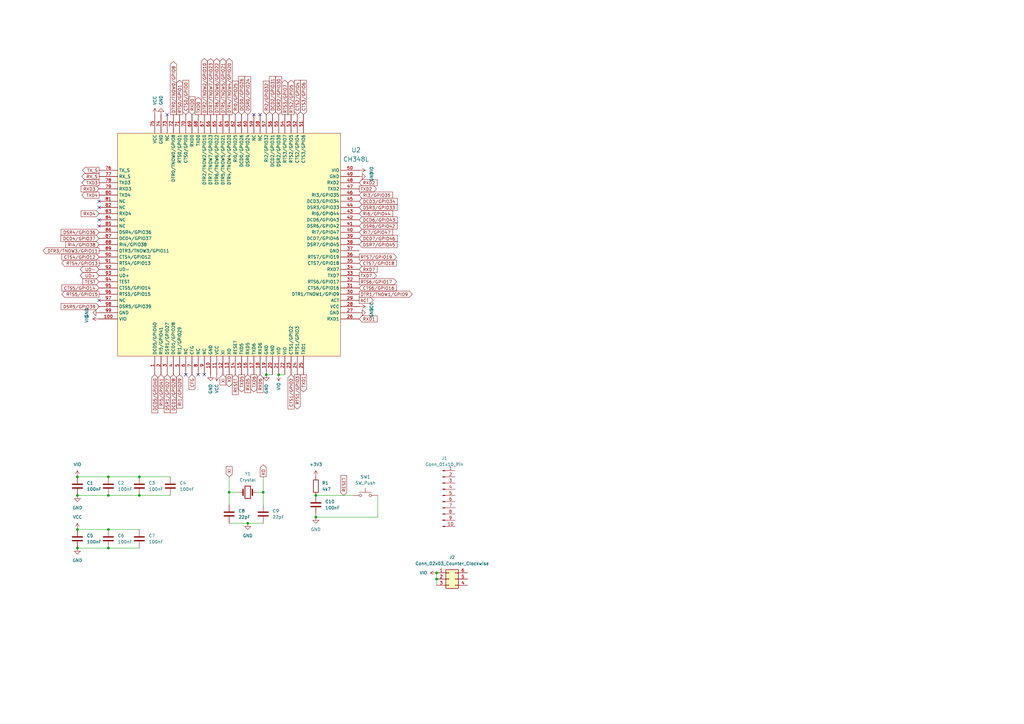
<source format=kicad_sch>
(kicad_sch (version 20250114) (generator "eeschema") (generator_version "9.0")
  (paper "A3")
  (lib_symbols
    (symbol "Connector:Conn_01x10_Pin" (pin_names (offset 1.016) (hide yes))
      (property "Reference" "J" (at 0 12.7 0))
      (property "Value" "Conn_01x10_Pin" (at 0 -15.24 0))
      (symbol "Conn_01x10_Pin_1_1"
        (rectangle (start 0.8636 10.287) (end 0 10.033) (stroke (width 0.1524)) (fill (type outline)))
        (rectangle (start 0.8636 7.747) (end 0 7.493) (stroke (width 0.1524)) (fill (type outline)))
        (rectangle (start 0.8636 5.207) (end 0 4.953) (stroke (width 0.1524)) (fill (type outline)))
        (rectangle (start 0.8636 2.667) (end 0 2.413) (stroke (width 0.1524)) (fill (type outline)))
        (rectangle (start 0.8636 0.127) (end 0 -0.127) (stroke (width 0.1524)) (fill (type outline)))
        (rectangle (start 0.8636 -2.413) (end 0 -2.667) (stroke (width 0.1524)) (fill (type outline)))
        (rectangle (start 0.8636 -4.953) (end 0 -5.207) (stroke (width 0.1524)) (fill (type outline)))
        (rectangle (start 0.8636 -7.493) (end 0 -7.747) (stroke (width 0.1524)) (fill (type outline)))
        (rectangle (start 0.8636 -10.033) (end 0 -10.287) (stroke (width 0.1524)) (fill (type outline)))
        (rectangle (start 0.8636 -12.573) (end 0 -12.827) (stroke (width 0.1524)) (fill (type outline)))
        (polyline (pts (xy 1.27 10.16) (xy 0.8636 10.16)) (stroke (width 0.1524)))
        (polyline (pts (xy 1.27 7.62) (xy 0.8636 7.62)) (stroke (width 0.1524)))
        (polyline (pts (xy 1.27 5.08) (xy 0.8636 5.08)) (stroke (width 0.1524)))
        (polyline (pts (xy 1.27 2.54) (xy 0.8636 2.54)) (stroke (width 0.1524)))
        (polyline (pts (xy 1.27 0) (xy 0.8636 0)) (stroke (width 0.1524)))
        (polyline (pts (xy 1.27 -2.54) (xy 0.8636 -2.54)) (stroke (width 0.1524)))
        (polyline (pts (xy 1.27 -5.08) (xy 0.8636 -5.08)) (stroke (width 0.1524)))
        (polyline (pts (xy 1.27 -7.62) (xy 0.8636 -7.62)) (stroke (width 0.1524)))
        (polyline (pts (xy 1.27 -10.16) (xy 0.8636 -10.16)) (stroke (width 0.1524)))
        (polyline (pts (xy 1.27 -12.7) (xy 0.8636 -12.7)) (stroke (width 0.1524)))
        (pin passive line (at 5.08 10.16 180) (length 3.81) (name "Pin_1") (number "1"))
        (pin passive line (at 5.08 7.62 180) (length 3.81) (name "Pin_2") (number "2"))
        (pin passive line (at 5.08 5.08 180) (length 3.81) (name "Pin_3") (number "3"))
        (pin passive line (at 5.08 2.54 180) (length 3.81) (name "Pin_4") (number "4"))
        (pin passive line (at 5.08 0 180) (length 3.81) (name "Pin_5") (number "5"))
        (pin passive line (at 5.08 -2.54 180) (length 3.81) (name "Pin_6") (number "6"))
        (pin passive line (at 5.08 -5.08 180) (length 3.81) (name "Pin_7") (number "7"))
        (pin passive line (at 5.08 -7.62 180) (length 3.81) (name "Pin_8") (number "8"))
        (pin passive line (at 5.08 -10.16 180) (length 3.81) (name "Pin_9") (number "9"))
        (pin passive line (at 5.08 -12.7 180) (length 3.81) (name "Pin_10") (number "10"))
      )
    )
    (symbol "Connector_Generic:Conn_02x03_Counter_Clockwise" (pin_names (offset 1.016) (hide yes))
      (property "Reference" "J" (at 1.27 5.08 0))
      (property "Value" "Conn_02x03_Counter_Clockwise" (at 1.27 -5.08 0))
      (symbol "Conn_02x03_Counter_Clockwise_1_1"
        (rectangle (start -1.27 3.81) (end 3.81 -3.81) (stroke (width 0.254)) (fill (type background)))
        (rectangle (start -1.27 2.667) (end 0 2.413) (stroke (width 0.1524)))
        (rectangle (start -1.27 0.127) (end 0 -0.127) (stroke (width 0.1524)))
        (rectangle (start -1.27 -2.413) (end 0 -2.667) (stroke (width 0.1524)))
        (rectangle (start 3.81 2.667) (end 2.54 2.413) (stroke (width 0.1524)))
        (rectangle (start 3.81 0.127) (end 2.54 -0.127) (stroke (width 0.1524)))
        (rectangle (start 3.81 -2.413) (end 2.54 -2.667) (stroke (width 0.1524)))
        (pin passive line (at -5.08 2.54 0) (length 3.81) (name "Pin_1") (number "1"))
        (pin passive line (at -5.08 0 0) (length 3.81) (name "Pin_2") (number "2"))
        (pin passive line (at -5.08 -2.54 0) (length 3.81) (name "Pin_3") (number "3"))
        (pin passive line (at 7.62 2.54 180) (length 3.81) (name "Pin_6") (number "6"))
        (pin passive line (at 7.62 0 180) (length 3.81) (name "Pin_5") (number "5"))
        (pin passive line (at 7.62 -2.54 180) (length 3.81) (name "Pin_4") (number "4"))
      )
    )
    (symbol "Device:C" (pin_numbers (hide yes)) (pin_names (offset 0.254))
      (property "Reference" "C" (at 0.635 2.54 0))
      (property "Value" "C" (at 0.635 -2.54 0))
      (symbol "C_0_1"
        (polyline (pts (xy -2.032 0.762) (xy 2.032 0.762)) (stroke (width 0.508)))
        (polyline (pts (xy -2.032 -0.762) (xy 2.032 -0.762)) (stroke (width 0.508)))
      )
      (symbol "C_1_1"
        (pin passive line (at 0 3.81 270) (length 2.794) (name "~") (number "1"))
        (pin passive line (at 0 -3.81 90) (length 2.794) (name "~") (number "2"))
      )
    )
    (symbol "Device:Crystal" (pin_numbers (hide yes)) (pin_names (offset 1.016) (hide yes))
      (property "Reference" "Y" (at 0 3.81 0))
      (property "Value" "Crystal" (at 0 -3.81 0))
      (symbol "Crystal_0_1"
        (polyline (pts (xy -2.54 0) (xy -1.905 0)))
        (polyline (pts (xy -1.905 -1.27) (xy -1.905 1.27)) (stroke (width 0.508)))
        (rectangle (start -1.143 2.54) (end 1.143 -2.54) (stroke (width 0.3048)))
        (polyline (pts (xy 1.905 -1.27) (xy 1.905 1.27)) (stroke (width 0.508)))
        (polyline (pts (xy 2.54 0) (xy 1.905 0)))
      )
      (symbol "Crystal_1_1"
        (pin passive line (at -3.81 0 0) (length 1.27) (name "1") (number "1"))
        (pin passive line (at 3.81 0 180) (length 1.27) (name "2") (number "2"))
      )
    )
    (symbol "Device:R" (pin_numbers (hide yes)) (pin_names (offset 0))
      (property "Reference" "R" (at 2.032 0 90))
      (property "Value" "R" (at 0 0 90))
      (symbol "R_0_1"
        (rectangle (start -1.016 -2.54) (end 1.016 2.54) (stroke (width 0.254)))
      )
      (symbol "R_1_1"
        (pin passive line (at 0 3.81 270) (length 1.27) (name "~") (number "1"))
        (pin passive line (at 0 -3.81 90) (length 1.27) (name "~") (number "2"))
      )
    )
    (symbol "MCU_WCH:CH348L"
      (property "Reference" "U?" (at 95.25 1.27 0))
      (property "Value" "CH348L" (at 95.25 -2.54 0))
      (symbol "CH348L_1_0"
        (rectangle (start 91.44 0) (end 0 -91.44) (stroke (width 0) (color 128 0 0 1)) (fill (type background)))
        (pin output line (at -7.62 -15.24 0) (length 7.62) (name "TX_S") (number "76"))
        (pin output line (at -7.62 -17.78 0) (length 7.62) (name "RX_S") (number "77"))
        (pin output line (at -7.62 -20.32 0) (length 7.62) (name "TXD3") (number "78"))
        (pin input line (at -7.62 -22.86 0) (length 7.62) (name "RXD3") (number "79"))
        (pin output line (at -7.62 -25.4 0) (length 7.62) (name "TXD4") (number "80"))
        (pin passive line (at -7.62 -27.94 0) (length 7.62) (name "NC") (number "81"))
        (pin passive line (at -7.62 -30.48 0) (length 7.62) (name "NC") (number "82"))
        (pin input line (at -7.62 -33.02 0) (length 7.62) (name "RXD4") (number "83"))
        (pin passive line (at -7.62 -35.56 0) (length 7.62) (name "NC") (number "84"))
        (pin passive line (at -7.62 -38.1 0) (length 7.62) (name "NC") (number "85"))
        (pin input line (at -7.62 -40.64 0) (length 7.62) (name "DSR4/GPIO36") (number "86"))
        (pin input line (at -7.62 -43.18 0) (length 7.62) (name "DCD4/GPIO37") (number "87"))
        (pin input line (at -7.62 -45.72 0) (length 7.62) (name "RI4/GPIO38") (number "88"))
        (pin output line (at -7.62 -48.26 0) (length 7.62) (name "DTR3/TNOW3/GPIO11") (number "89"))
        (pin input line (at -7.62 -50.8 0) (length 7.62) (name "CTS4/GPIO12") (number "90"))
        (pin output line (at -7.62 -53.34 0) (length 7.62) (name "RTS4/GPIO13") (number "91"))
        (pin bidirectional line (at -7.62 -55.88 0) (length 7.62) (name "UD-") (number "92"))
        (pin bidirectional line (at -7.62 -58.42 0) (length 7.62) (name "UD+") (number "93"))
        (pin input line (at -7.62 -60.96 0) (length 7.62) (name "TEST") (number "94"))
        (pin input line (at -7.62 -63.5 0) (length 7.62) (name "CTS5/GPIO14") (number "95"))
        (pin output line (at -7.62 -66.04 0) (length 7.62) (name "RTS5/GPIO15") (number "96"))
        (pin passive line (at -7.62 -68.58 0) (length 7.62) (name "NC") (number "97"))
        (pin input line (at -7.62 -71.12 0) (length 7.62) (name "DSR5/GPIO39") (number "98"))
        (pin power_in line (at -7.62 -73.66 0) (length 7.62) (name "GND") (number "99"))
        (pin power_in line (at -7.62 -76.2 0) (length 7.62) (name "VIO") (number "100"))
        (pin power_in line (at 15.24 7.62 270) (length 7.62) (name "VCC") (number "75"))
        (pin input line (at 15.24 -99.06 90) (length 7.62) (name "DCD5/GPIO40") (number "1"))
        (pin power_in line (at 17.78 7.62 270) (length 7.62) (name "GND") (number "74"))
        (pin input line (at 17.78 -99.06 90) (length 7.62) (name "RI5/GPIO41") (number "2"))
        (pin passive line (at 20.32 7.62 270) (length 7.62) (name "NC") (number "73"))
        (pin input line (at 20.32 -99.06 90) (length 7.62) (name "DSR1/GPIO27") (number "3"))
        (pin output line (at 22.86 7.62 270) (length 7.62) (name "DTR0/TNOW0/GPIO8") (number "72"))
        (pin input line (at 22.86 -99.06 90) (length 7.62) (name "DCD1/GPIO28") (number "4"))
        (pin output line (at 25.4 7.62 270) (length 7.62) (name "RTS0/GPIO1") (number "71"))
        (pin input line (at 25.4 -99.06 90) (length 7.62) (name "RI1/GPIO29") (number "5"))
        (pin input line (at 27.94 7.62 270) (length 7.62) (name "CTS0/GPIO0") (number "70"))
        (pin passive line (at 27.94 -99.06 90) (length 7.62) (name "NC") (number "6"))
        (pin input line (at 30.48 7.62 270) (length 7.62) (name "RXD0") (number "69"))
        (pin input line (at 30.48 -99.06 90) (length 7.62) (name "CFG") (number "7"))
        (pin output line (at 33.02 7.62 270) (length 7.62) (name "TXD0") (number "68"))
        (pin passive line (at 33.02 -99.06 90) (length 7.62) (name "NC") (number "8"))
        (pin output line (at 35.56 7.62 270) (length 7.62) (name "DTR2/TNOW2/GPIO10") (number "67"))
        (pin passive line (at 35.56 -99.06 90) (length 7.62) (name "NC") (number "9"))
        (pin output line (at 38.1 7.62 270) (length 7.62) (name "DTR7/TNOW7/GPIO23") (number "66"))
        (pin power_in line (at 38.1 -99.06 90) (length 7.62) (name "GND") (number "10"))
        (pin output line (at 40.64 7.62 270) (length 7.62) (name "DTR6/TNOW6/GPIO22") (number "65"))
        (pin power_in line (at 40.64 -99.06 90) (length 7.62) (name "VCC") (number "11"))
        (pin output line (at 43.18 7.62 270) (length 7.62) (name "DTR5/TNOW5/GPIO21") (number "64"))
        (pin input line (at 43.18 -99.06 90) (length 7.62) (name "XI") (number "12"))
        (pin output line (at 45.72 7.62 270) (length 7.62) (name "DTR4/TNOW4/GPIO20") (number "63"))
        (pin output line (at 45.72 -99.06 90) (length 7.62) (name "XO") (number "13"))
        (pin input line (at 48.26 7.62 270) (length 7.62) (name "RI0/GPIO25") (number "62"))
        (pin input line (at 48.26 -99.06 90) (length 7.62) (name "RESET") (number "14"))
        (pin input line (at 50.8 7.62 270) (length 7.62) (name "DCD0/GPIO26") (number "61"))
        (pin output line (at 50.8 -99.06 90) (length 7.62) (name "TXD5") (number "15"))
        (pin input line (at 53.34 7.62 270) (length 7.62) (name "DSR0/GPIO24") (number "60"))
        (pin input line (at 53.34 -99.06 90) (length 7.62) (name "RXD5") (number "16"))
        (pin passive line (at 55.88 7.62 270) (length 7.62) (name "NC") (number "59"))
        (pin output line (at 55.88 -99.06 90) (length 7.62) (name "TXD6") (number "17"))
        (pin passive line (at 58.42 7.62 270) (length 7.62) (name "NC") (number "58"))
        (pin input line (at 58.42 -99.06 90) (length 7.62) (name "RXD6") (number "18"))
        (pin input line (at 60.96 7.62 270) (length 7.62) (name "RI2/GPIO32") (number "57"))
        (pin power_in line (at 60.96 -99.06 90) (length 7.62) (name "GND") (number "19"))
        (pin input line (at 63.5 7.62 270) (length 7.62) (name "DCD2/GPIO31") (number "56"))
        (pin power_in line (at 63.5 -99.06 90) (length 7.62) (name "GND") (number "20"))
        (pin input line (at 66.04 7.62 270) (length 7.62) (name "DSR2/GPIO30") (number "55"))
        (pin power_in line (at 66.04 -99.06 90) (length 7.62) (name "VIO") (number "21"))
        (pin output line (at 68.58 7.62 270) (length 7.62) (name "RTS3/GPIO7") (number "54"))
        (pin power_in line (at 68.58 -99.06 90) (length 7.62) (name "VIO") (number "22"))
        (pin output line (at 71.12 7.62 270) (length 7.62) (name "RTS2/GPIO5") (number "53"))
        (pin input line (at 71.12 -99.06 90) (length 7.62) (name "CTS1/GPIO2") (number "23"))
        (pin input line (at 73.66 7.62 270) (length 7.62) (name "CTS2/GPIO4") (number "52"))
        (pin output line (at 73.66 -99.06 90) (length 7.62) (name "RTS1/GPIO3") (number "24"))
        (pin input line (at 76.2 7.62 270) (length 7.62) (name "CTS3/GPIO6") (number "51"))
        (pin output line (at 76.2 -99.06 90) (length 7.62) (name "TXD1") (number "25"))
        (pin power_in line (at 99.06 -15.24 180) (length 7.62) (name "VIO") (number "50"))
        (pin power_in line (at 99.06 -17.78 180) (length 7.62) (name "GND") (number "49"))
        (pin input line (at 99.06 -20.32 180) (length 7.62) (name "RXD2") (number "48"))
        (pin output line (at 99.06 -22.86 180) (length 7.62) (name "TXD2") (number "47"))
        (pin input line (at 99.06 -25.4 180) (length 7.62) (name "RI3/GPIO35") (number "46"))
        (pin input line (at 99.06 -27.94 180) (length 7.62) (name "DCD3/GPIO34") (number "45"))
        (pin input line (at 99.06 -30.48 180) (length 7.62) (name "DSR3/GPIO33") (number "44"))
        (pin input line (at 99.06 -33.02 180) (length 7.62) (name "RI6/GPIO44") (number "43"))
        (pin input line (at 99.06 -35.56 180) (length 7.62) (name "DCD6/GPIO43") (number "42"))
        (pin input line (at 99.06 -38.1 180) (length 7.62) (name "DSR6/GPIO42") (number "41"))
        (pin input line (at 99.06 -40.64 180) (length 7.62) (name "RI7/GPIO47") (number "40"))
        (pin input line (at 99.06 -43.18 180) (length 7.62) (name "DCD7/GPIO46") (number "39"))
        (pin input line (at 99.06 -45.72 180) (length 7.62) (name "DSR7/GPIO45") (number "38"))
        (pin power_in line (at 99.06 -48.26 180) (length 7.62) (name "GND") (number "37"))
        (pin output line (at 99.06 -50.8 180) (length 7.62) (name "RTS7/GPIO19") (number "36"))
        (pin input line (at 99.06 -53.34 180) (length 7.62) (name "CTS7/GPIO18") (number "35"))
        (pin input line (at 99.06 -55.88 180) (length 7.62) (name "RXD7") (number "34"))
        (pin output line (at 99.06 -58.42 180) (length 7.62) (name "TXD7") (number "33"))
        (pin output line (at 99.06 -60.96 180) (length 7.62) (name "RTS6/GPIO17") (number "32"))
        (pin input line (at 99.06 -63.5 180) (length 7.62) (name "CTS6/GPIO16") (number "31"))
        (pin output line (at 99.06 -66.04 180) (length 7.62) (name "DTR1/TNOW1/GPIO9") (number "30"))
        (pin output line (at 99.06 -68.58 180) (length 7.62) (name "ACT") (number "29"))
        (pin power_in line (at 99.06 -71.12 180) (length 7.62) (name "VCC") (number "28"))
        (pin power_in line (at 99.06 -73.66 180) (length 7.62) (name "GND") (number "27"))
        (pin input line (at 99.06 -76.2 180) (length 7.62) (name "RXD1") (number "26"))
      )
    )
    (symbol "Switch:SW_Push" (pin_numbers (hide yes)) (pin_names (offset 1.016) (hide yes))
      (property "Reference" "SW" (at 1.27 2.54 0))
      (property "Value" "SW_Push" (at 0 -1.524 0))
      (symbol "SW_Push_0_1"
        (circle (center -2.032 0) (radius 0.508))
        (polyline (pts (xy 0 1.27) (xy 0 3.048)))
        (circle (center 2.032 0) (radius 0.508))
        (polyline (pts (xy 2.54 1.27) (xy -2.54 1.27)))
        (pin passive line (at -5.08 0 0) (length 2.54) (name "1") (number "1"))
        (pin passive line (at 5.08 0 180) (length 2.54) (name "2") (number "2"))
      )
    )
    (symbol "power:+3V3" (power) (pin_numbers (hide yes)) (pin_names (offset 0) (hide yes))
      (property "Value" "+3V3" (at 0 3.556 0))
      (symbol "+3V3_0_1"
        (polyline (pts (xy -0.762 1.27) (xy 0 2.54)))
        (polyline (pts (xy 0 2.54) (xy 0.762 1.27)))
        (polyline (pts (xy 0 0) (xy 0 2.54)))
      )
      (symbol "+3V3_1_1"
        (pin power_in line (at 0 0 90) (length 0) (name "~") (number "1"))
      )
    )
    (symbol "power:GND" (power) (pin_numbers (hide yes)) (pin_names (offset 0) (hide yes))
      (property "Value" "GND" (at 0 -3.81 0))
      (symbol "GND_0_1"
        (polyline (pts (xy 0 0) (xy 0 -1.27) (xy 1.27 -1.27) (xy 0 -2.54) (xy -1.27 -1.27) (xy 0 -1.27)))
      )
      (symbol "GND_1_1"
        (pin power_in line (at 0 0 270) (length 0) (name "~") (number "1"))
      )
    )
    (symbol "power:VCC" (power) (pin_numbers (hide yes)) (pin_names (offset 0) (hide yes))
      (property "Value" "VCC" (at 0 3.556 0))
      (symbol "VCC_0_1"
        (polyline (pts (xy -0.762 1.27) (xy 0 2.54)))
        (polyline (pts (xy 0 2.54) (xy 0.762 1.27)))
        (polyline (pts (xy 0 0) (xy 0 2.54)))
      )
      (symbol "VCC_1_1"
        (pin power_in line (at 0 0 90) (length 0) (name "~") (number "1"))
      )
    )
    (symbol "power:VIO" (power) (pin_numbers (hide yes)) (pin_names (offset 0) (hide yes))
      (property "Value" "VIO" (at 0 3.556 0))
      (symbol "VIO_0_1"
        (polyline (pts (xy -0.762 1.27) (xy 0 2.54)))
        (polyline (pts (xy 0 2.54) (xy 0.762 1.27)))
        (polyline (pts (xy 0 0) (xy 0 2.54)))
      )
      (symbol "VIO_1_1"
        (pin power_in line (at 0 0 90) (length 0) (name "~") (number "1"))
      )
    )
  )
  (junction (at 44.45 195.58))
  (junction (at 31.75 195.58))
  (junction (at 44.45 203.2))
  (junction (at 44.45 224.79))
  (junction (at 179.07 237.49))
  (junction (at 31.75 217.17))
  (junction (at 93.98 201.93))
  (junction (at 109.22 153.67))
  (junction (at 129.54 203.2))
  (junction (at 31.75 224.79))
  (junction (at 107.95 201.93))
  (junction (at 57.15 203.2))
  (junction (at 129.54 212.09))
  (junction (at 31.75 203.2))
  (junction (at 44.45 217.17))
  (junction (at 101.6 214.63))
  (junction (at 57.15 195.58))
  (junction (at 114.3 153.67))
  (junction (at 179.07 234.95))
  (no_connect (at 40.64 123.19))
  (no_connect (at 68.58 46.99))
  (no_connect (at 76.2 153.67))
  (no_connect (at 40.64 92.71))
  (no_connect (at 40.64 90.17))
  (no_connect (at 104.14 46.99))
  (no_connect (at 40.64 85.09))
  (no_connect (at 83.82 153.67))
  (no_connect (at 81.28 153.67))
  (no_connect (at 106.68 46.99))
  (no_connect (at 40.64 82.55))
  (wire (pts (xy 93.98 195.58) (xy 93.98 201.93)))
  (wire (pts (xy 154.94 212.09) (xy 129.54 212.09)))
  (wire (pts (xy 179.07 237.49) (xy 179.07 240.03)))
  (wire (pts (xy 107.95 214.63) (xy 101.6 214.63)))
  (wire (pts (xy 57.15 195.58) (xy 69.85 195.58)))
  (wire (pts (xy 129.54 203.2) (xy 144.78 203.2)))
  (wire (pts (xy 31.75 195.58) (xy 44.45 195.58)))
  (wire (pts (xy 44.45 224.79) (xy 57.15 224.79)))
  (wire (pts (xy 179.07 234.95) (xy 179.07 237.49)))
  (wire (pts (xy 44.45 195.58) (xy 57.15 195.58)))
  (wire (pts (xy 93.98 201.93) (xy 93.98 207.01)))
  (wire (pts (xy 105.41 201.93) (xy 107.95 201.93)))
  (wire (pts (xy 101.6 214.63) (xy 93.98 214.63)))
  (wire (pts (xy 107.95 195.58) (xy 107.95 201.93)))
  (wire (pts (xy 154.94 203.2) (xy 154.94 212.09)))
  (wire (pts (xy 129.54 212.09) (xy 129.54 210.82)))
  (wire (pts (xy 31.75 203.2) (xy 44.45 203.2)))
  (wire (pts (xy 109.22 153.67) (xy 111.76 153.67)))
  (wire (pts (xy 107.95 201.93) (xy 107.95 207.01)))
  (wire (pts (xy 93.98 201.93) (xy 97.79 201.93)))
  (wire (pts (xy 44.45 217.17) (xy 57.15 217.17)))
  (wire (pts (xy 31.75 217.17) (xy 44.45 217.17)))
  (wire (pts (xy 114.3 153.67) (xy 116.84 153.67)))
  (wire (pts (xy 57.15 203.2) (xy 69.85 203.2)))
  (wire (pts (xy 31.75 224.79) (xy 44.45 224.79)))
  (wire (pts (xy 44.45 203.2) (xy 57.15 203.2)))
  (global_label "RTS2/GPIO5" (shape output) (at 119.38 46.99 90) (property "Intersheetrefs" "${INTERSHEET_REFS}" (effects (hide yes))))
  (global_label "RXD5" (shape input) (at 101.6 153.67 270) (property "Intersheetrefs" "${INTERSHEET_REFS}" (effects (hide yes))))
  (global_label "DCD3/GPIO34" (shape input) (at 147.32 82.55 0) (property "Intersheetrefs" "${INTERSHEET_REFS}" (effects (hide yes))))
  (global_label "CTS4/GPIO12" (shape input) (at 40.64 105.41 180) (property "Intersheetrefs" "${INTERSHEET_REFS}" (effects (hide yes))))
  (global_label "DSR6/GPIO42" (shape input) (at 147.32 92.71 0) (property "Intersheetrefs" "${INTERSHEET_REFS}" (effects (hide yes))))
  (global_label "RI2/GPIO32" (shape input) (at 109.22 46.99 90) (property "Intersheetrefs" "${INTERSHEET_REFS}" (effects (hide yes))))
  (global_label "DTR3/TNOW3/GPIO11" (shape output) (at 40.64 102.87 180) (property "Intersheetrefs" "${INTERSHEET_REFS}" (effects (hide yes))))
  (global_label "DTR5/TNOW5/GPIO21" (shape output) (at 91.44 46.99 90) (property "Intersheetrefs" "${INTERSHEET_REFS}" (effects (hide yes))))
  (global_label "XO" (shape output) (at 107.95 195.58 90) (property "Intersheetrefs" "${INTERSHEET_REFS}" (effects (hide yes))))
  (global_label "DSR0/GPIO24" (shape input) (at 101.6 46.99 90) (property "Intersheetrefs" "${INTERSHEET_REFS}" (effects (hide yes))))
  (global_label "RTS3/GPIO7" (shape output) (at 116.84 46.99 90) (property "Intersheetrefs" "${INTERSHEET_REFS}" (effects (hide yes))))
  (global_label "DCD6/GPIO43" (shape input) (at 147.32 90.17 0) (property "Intersheetrefs" "${INTERSHEET_REFS}" (effects (hide yes))))
  (global_label "XI" (shape input) (at 93.98 195.58 90) (property "Intersheetrefs" "${INTERSHEET_REFS}" (effects (hide yes))))
  (global_label "DCD5/GPIO40" (shape input) (at 63.5 153.67 270) (property "Intersheetrefs" "${INTERSHEET_REFS}" (effects (hide yes))))
  (global_label "DCD7/GPIO46" (shape input) (at 147.32 97.79 0) (property "Intersheetrefs" "${INTERSHEET_REFS}" (effects (hide yes))))
  (global_label "DTR6/TNOW6/GPIO22" (shape output) (at 88.9 46.99 90) (property "Intersheetrefs" "${INTERSHEET_REFS}" (effects (hide yes))))
  (global_label "CTS2/GPIO4" (shape input) (at 121.92 46.99 90) (property "Intersheetrefs" "${INTERSHEET_REFS}" (effects (hide yes))))
  (global_label "CTS3/GPIO6" (shape input) (at 124.46 46.99 90) (property "Intersheetrefs" "${INTERSHEET_REFS}" (effects (hide yes))))
  (global_label "CTS0/GPIO0" (shape input) (at 76.2 46.99 90) (property "Intersheetrefs" "${INTERSHEET_REFS}" (effects (hide yes))))
  (global_label "XI" (shape input) (at 91.44 153.67 270) (property "Intersheetrefs" "${INTERSHEET_REFS}" (effects (hide yes))))
  (global_label "RXD7" (shape input) (at 147.32 110.49 0) (property "Intersheetrefs" "${INTERSHEET_REFS}" (effects (hide yes))))
  (global_label "CTS6/GPIO16" (shape input) (at 147.32 118.11 0) (property "Intersheetrefs" "${INTERSHEET_REFS}" (effects (hide yes))))
  (global_label "RTS4/GPIO13" (shape output) (at 40.64 107.95 180) (property "Intersheetrefs" "${INTERSHEET_REFS}" (effects (hide yes))))
  (global_label "TXD6" (shape output) (at 104.14 153.67 270) (property "Intersheetrefs" "${INTERSHEET_REFS}" (effects (hide yes))))
  (global_label "DCD1/GPIO28" (shape input) (at 71.12 153.67 270) (property "Intersheetrefs" "${INTERSHEET_REFS}" (effects (hide yes))))
  (global_label "RTS1/GPIO3" (shape output) (at 121.92 153.67 270) (property "Intersheetrefs" "${INTERSHEET_REFS}" (effects (hide yes))))
  (global_label "RTS7/GPIO19" (shape output) (at 147.32 105.41 0) (property "Intersheetrefs" "${INTERSHEET_REFS}" (effects (hide yes))))
  (global_label "DSR7/GPIO45" (shape input) (at 147.32 100.33 0) (property "Intersheetrefs" "${INTERSHEET_REFS}" (effects (hide yes))))
  (global_label "DTR1/TNOW1/GPIO9" (shape output) (at 147.32 120.65 0) (property "Intersheetrefs" "${INTERSHEET_REFS}" (effects (hide yes))))
  (global_label "TXD5" (shape output) (at 99.06 153.67 270) (property "Intersheetrefs" "${INTERSHEET_REFS}" (effects (hide yes))))
  (global_label "UD+" (shape bidirectional) (at 40.64 113.03 180) (property "Intersheetrefs" "${INTERSHEET_REFS}" (effects (hide yes))))
  (global_label "DSR4/GPIO36" (shape input) (at 40.64 95.25 180) (property "Intersheetrefs" "${INTERSHEET_REFS}" (effects (hide yes))))
  (global_label "UD-" (shape bidirectional) (at 40.64 110.49 180) (property "Intersheetrefs" "${INTERSHEET_REFS}" (effects (hide yes))))
  (global_label "RXD2" (shape input) (at 147.32 74.93 0) (property "Intersheetrefs" "${INTERSHEET_REFS}" (effects (hide yes))))
  (global_label "RI5/GPIO41" (shape input) (at 66.04 153.67 270) (property "Intersheetrefs" "${INTERSHEET_REFS}" (effects (hide yes))))
  (global_label "RI3/GPIO35" (shape input) (at 147.32 80.01 0) (property "Intersheetrefs" "${INTERSHEET_REFS}" (effects (hide yes))))
  (global_label "RXD1" (shape input) (at 147.32 130.81 0) (property "Intersheetrefs" "${INTERSHEET_REFS}" (effects (hide yes))))
  (global_label "TXD7" (shape output) (at 147.32 113.03 0) (property "Intersheetrefs" "${INTERSHEET_REFS}" (effects (hide yes))))
  (global_label "TXD3" (shape output) (at 40.64 74.93 180) (property "Intersheetrefs" "${INTERSHEET_REFS}" (effects (hide yes))))
  (global_label "CTS1/GPIO2" (shape input) (at 119.38 153.67 270) (property "Intersheetrefs" "${INTERSHEET_REFS}" (effects (hide yes))))
  (global_label "RXD6" (shape input) (at 106.68 153.67 270) (property "Intersheetrefs" "${INTERSHEET_REFS}" (effects (hide yes))))
  (global_label "DTR2/TNOW2/GPIO10" (shape output) (at 83.82 46.99 90) (property "Intersheetrefs" "${INTERSHEET_REFS}" (effects (hide yes))))
  (global_label "TXD4" (shape output) (at 40.64 80.01 180) (property "Intersheetrefs" "${INTERSHEET_REFS}" (effects (hide yes))))
  (global_label "ACT" (shape output) (at 147.32 123.19 0) (property "Intersheetrefs" "${INTERSHEET_REFS}" (effects (hide yes))))
  (global_label "DCD0/GPIO26" (shape input) (at 99.06 46.99 90) (property "Intersheetrefs" "${INTERSHEET_REFS}" (effects (hide yes))))
  (global_label "RXD3" (shape input) (at 40.64 77.47 180) (property "Intersheetrefs" "${INTERSHEET_REFS}" (effects (hide yes))))
  (global_label "CTS5/GPIO14" (shape input) (at 40.64 118.11 180) (property "Intersheetrefs" "${INTERSHEET_REFS}" (effects (hide yes))))
  (global_label "DSR3/GPIO33" (shape input) (at 147.32 85.09 0) (property "Intersheetrefs" "${INTERSHEET_REFS}" (effects (hide yes))))
  (global_label "DTR4/TNOW4/GPIO20" (shape output) (at 93.98 46.99 90) (property "Intersheetrefs" "${INTERSHEET_REFS}" (effects (hide yes))))
  (global_label "RI6/GPIO44" (shape input) (at 147.32 87.63 0) (property "Intersheetrefs" "${INTERSHEET_REFS}" (effects (hide yes))))
  (global_label "RXD4" (shape input) (at 40.64 87.63 180) (property "Intersheetrefs" "${INTERSHEET_REFS}" (effects (hide yes))))
  (global_label "RTS6/GPIO17" (shape output) (at 147.32 115.57 0) (property "Intersheetrefs" "${INTERSHEET_REFS}" (effects (hide yes))))
  (global_label "DTR0/TNOW0/GPIO8" (shape output) (at 71.12 46.99 90) (property "Intersheetrefs" "${INTERSHEET_REFS}" (effects (hide yes))))
  (global_label "RI7/GPIO47" (shape input) (at 147.32 95.25 0) (property "Intersheetrefs" "${INTERSHEET_REFS}" (effects (hide yes))))
  (global_label "RESET" (shape input) (at 140.97 203.2 90) (property "Intersheetrefs" "${INTERSHEET_REFS}" (effects (hide yes))))
  (global_label "TXD1" (shape output) (at 124.46 153.67 270) (property "Intersheetrefs" "${INTERSHEET_REFS}" (effects (hide yes))))
  (global_label "TXD0" (shape output) (at 81.28 46.99 90) (property "Intersheetrefs" "${INTERSHEET_REFS}" (effects (hide yes))))
  (global_label "TXD2" (shape output) (at 147.32 77.47 0) (property "Intersheetrefs" "${INTERSHEET_REFS}" (effects (hide yes))))
  (global_label "DSR1/GPIO27" (shape input) (at 68.58 153.67 270) (property "Intersheetrefs" "${INTERSHEET_REFS}" (effects (hide yes))))
  (global_label "RI1/GPIO29" (shape input) (at 73.66 153.67 270) (property "Intersheetrefs" "${INTERSHEET_REFS}" (effects (hide yes))))
  (global_label "CTS7/GPIO18" (shape input) (at 147.32 107.95 0) (property "Intersheetrefs" "${INTERSHEET_REFS}" (effects (hide yes))))
  (global_label "RX_S" (shape output) (at 40.64 72.39 180) (property "Intersheetrefs" "${INTERSHEET_REFS}" (effects (hide yes))))
  (global_label "RI4/GPIO38" (shape input) (at 40.64 100.33 180) (property "Intersheetrefs" "${INTERSHEET_REFS}" (effects (hide yes))))
  (global_label "DCD2/GPIO31" (shape input) (at 111.76 46.99 90) (property "Intersheetrefs" "${INTERSHEET_REFS}" (effects (hide yes))))
  (global_label "TX_S" (shape output) (at 40.64 69.85 180) (property "Intersheetrefs" "${INTERSHEET_REFS}" (effects (hide yes))))
  (global_label "XO" (shape output) (at 93.98 153.67 270) (property "Intersheetrefs" "${INTERSHEET_REFS}" (effects (hide yes))))
  (global_label "RESET" (shape input) (at 96.52 153.67 270) (property "Intersheetrefs" "${INTERSHEET_REFS}" (effects (hide yes))))
  (global_label "TEST" (shape input) (at 40.64 115.57 180) (property "Intersheetrefs" "${INTERSHEET_REFS}" (effects (hide yes))))
  (global_label "DCD4/GPIO37" (shape input) (at 40.64 97.79 180) (property "Intersheetrefs" "${INTERSHEET_REFS}" (effects (hide yes))))
  (global_label "RI0/GPIO25" (shape input) (at 96.52 46.99 90) (property "Intersheetrefs" "${INTERSHEET_REFS}" (effects (hide yes))))
  (global_label "RTS5/GPIO15" (shape output) (at 40.64 120.65 180) (property "Intersheetrefs" "${INTERSHEET_REFS}" (effects (hide yes))))
  (global_label "RXD0" (shape input) (at 78.74 46.99 90) (property "Intersheetrefs" "${INTERSHEET_REFS}" (effects (hide yes))))
  (global_label "RTS0/GPIO1" (shape output) (at 73.66 46.99 90) (property "Intersheetrefs" "${INTERSHEET_REFS}" (effects (hide yes))))
  (global_label "CFG" (shape input) (at 78.74 153.67 270) (property "Intersheetrefs" "${INTERSHEET_REFS}" (effects (hide yes))))
  (global_label "DTR7/TNOW7/GPIO23" (shape output) (at 86.36 46.99 90) (property "Intersheetrefs" "${INTERSHEET_REFS}" (effects (hide yes))))
  (global_label "DSR5/GPIO39" (shape input) (at 40.64 125.73 180) (property "Intersheetrefs" "${INTERSHEET_REFS}" (effects (hide yes))))
  (global_label "DSR2/GPIO30" (shape input) (at 114.3 46.99 90) (property "Intersheetrefs" "${INTERSHEET_REFS}" (effects (hide yes))))
  (symbol (lib_id "power:VCC") (at 31.75 217.17 0) (unit 1)
    (property "Reference" "#PWR015" (effects (hide yes)))
    (property "Value" "VCC" (at 31.75 212.09 0))
    (property "Description" "Power symbol creates a global label with name \"VCC\"" (effects (hide yes)))
  )
  (symbol (lib_id "power:GND") (at 109.22 153.67 0) (unit 1)
    (property "Reference" "#PWR04" (effects (hide yes)))
    (property "Value" "GND" (at 109.2199 157.48 90) (effects (justify right)))
    (property "Description" "Power symbol creates a global label with name \"GND\" , ground" (effects (hide yes)))
  )
  (symbol (lib_id "Device:C") (at 57.15 199.39 0) (unit 1)
    (property "Reference" "C3" (at 60.96 198.1199 0) (effects (justify left)))
    (property "Value" "100nF" (at 60.96 200.6599 0) (effects (justify left)))
    (property "Footprint" "Capacitor_SMD:C_0402_1005Metric" (effects (hide yes)))
    (property "Description" "Unpolarized capacitor" (effects (hide yes)))
  )
  (symbol (lib_id "power:VCC") (at 63.5 46.99 0) (unit 1)
    (property "Reference" "#PWR013" (effects (hide yes)))
    (property "Value" "VCC" (at 63.4999 43.18 90) (effects (justify left)))
    (property "Description" "Power symbol creates a global label with name \"VCC\"" (effects (hide yes)))
  )
  (symbol (lib_id "Device:R") (at 129.54 199.39 0) (unit 1)
    (property "Reference" "R1" (at 132.08 198.1199 0) (effects (justify left)))
    (property "Value" "4k7" (at 132.08 200.6599 0) (effects (justify left)))
    (property "Footprint" "Resistor_SMD:R_0402_1005Metric" (effects (hide yes)))
    (property "Description" "Resistor" (effects (hide yes)))
  )
  (symbol (lib_id "power:GND") (at 40.64 128.27 270) (unit 1)
    (property "Reference" "#PWR06" (effects (hide yes)))
    (property "Value" "GND" (at 35.56 128.27 0))
    (property "Description" "Power symbol creates a global label with name \"GND\" , ground" (effects (hide yes)))
  )
  (symbol (lib_id "power:VIO") (at 147.32 69.85 270) (unit 1)
    (property "Reference" "#PWR02" (effects (hide yes)))
    (property "Value" "VIO" (at 152.4 69.85 0))
    (property "Description" "Power symbol creates a global label with name \"VBUS\"" (effects (hide yes)))
  )
  (symbol (lib_id "power:GND") (at 129.54 212.09 0) (unit 1)
    (property "Reference" "#PWR018" (effects (hide yes)))
    (property "Value" "GND" (at 129.54 217.17 0))
    (property "Description" "Power symbol creates a global label with name \"GND\" , ground" (effects (hide yes)))
  )
  (symbol (lib_id "Switch:SW_Push") (at 149.86 203.2 0) (unit 1)
    (property "Reference" "SW1" (at 149.86 195.58 0))
    (property "Value" "SW_Push" (at 149.86 198.12 0))
    (property "Footprint" "Button_Switch_SMD:SW_Push_SPST_NO_Alps_SKRK" (effects (hide yes)))
    (property "Description" "Push button switch, generic, two pins" (effects (hide yes)))
  )
  (symbol (lib_id "Device:C") (at 44.45 199.39 0) (unit 1)
    (property "Reference" "C2" (at 48.26 198.1199 0) (effects (justify left)))
    (property "Value" "100nF" (at 48.26 200.6599 0) (effects (justify left)))
    (property "Footprint" "Capacitor_SMD:C_0402_1005Metric" (effects (hide yes)))
    (property "Description" "Unpolarized capacitor" (effects (hide yes)))
  )
  (symbol (lib_id "power:GND") (at 101.6 214.63 0) (unit 1)
    (property "Reference" "#PWR017" (effects (hide yes)))
    (property "Value" "GND" (at 101.6 219.71 0))
    (property "Description" "Power symbol creates a global label with name \"GND\" , ground" (effects (hide yes)))
  )
  (symbol (lib_id "Device:C") (at 31.75 220.98 0) (unit 1)
    (property "Reference" "C5" (at 35.56 219.7099 0) (effects (justify left)))
    (property "Value" "100nF" (at 35.56 222.2499 0) (effects (justify left)))
    (property "Footprint" "Capacitor_SMD:C_0402_1005Metric" (effects (hide yes)))
    (property "Description" "Unpolarized capacitor" (effects (hide yes)))
  )
  (symbol (lib_id "power:GND") (at 66.04 46.99 180) (unit 1)
    (property "Reference" "#PWR09" (effects (hide yes)))
    (property "Value" "GND" (at 66.0399 43.18 90) (effects (justify right)))
    (property "Description" "Power symbol creates a global label with name \"GND\" , ground" (effects (hide yes)))
  )
  (symbol (lib_id "Device:C") (at 57.15 220.98 0) (unit 1)
    (property "Reference" "C7" (at 60.96 219.7099 0) (effects (justify left)))
    (property "Value" "100nF" (at 60.96 222.2499 0) (effects (justify left)))
    (property "Footprint" "Capacitor_SMD:C_0402_1005Metric" (effects (hide yes)))
    (property "Description" "Unpolarized capacitor" (effects (hide yes)))
  )
  (symbol (lib_id "Device:C") (at 129.54 207.01 0) (unit 1)
    (property "Reference" "C10" (at 133.35 205.7399 0) (effects (justify left)))
    (property "Value" "100nF" (at 133.35 208.2799 0) (effects (justify left)))
    (property "Footprint" "Capacitor_SMD:C_0402_1005Metric" (effects (hide yes)))
    (property "Description" "Unpolarized capacitor" (effects (hide yes)))
  )
  (symbol (lib_id "power:VIO") (at 179.07 234.95 90) (unit 1)
    (property "Reference" "#PWR020" (effects (hide yes)))
    (property "Value" "VIO" (at 175.26 234.9499 90) (effects (justify left)))
    (property "Description" "Power symbol creates a global label with name \"VBUS\"" (effects (hide yes)))
  )
  (symbol (lib_id "power:VCC") (at 147.32 125.73 270) (unit 1)
    (property "Reference" "#PWR014" (effects (hide yes)))
    (property "Value" "VCC" (at 152.4 125.73 0))
    (property "Description" "Power symbol creates a global label with name \"VCC\"" (effects (hide yes)))
  )
  (symbol (lib_id "power:VIO") (at 40.64 130.81 90) (unit 1)
    (property "Reference" "#PWR03" (effects (hide yes)))
    (property "Value" "VIO" (at 35.56 130.81 0))
    (property "Description" "Power symbol creates a global label with name \"VBUS\"" (effects (hide yes)))
  )
  (symbol (lib_id "Device:C") (at 31.75 199.39 0) (unit 1)
    (property "Reference" "C1" (at 35.56 198.1199 0) (effects (justify left)))
    (property "Value" "100nF" (at 35.56 200.6599 0) (effects (justify left)))
    (property "Footprint" "Capacitor_SMD:C_0402_1005Metric" (effects (hide yes)))
    (property "Description" "Unpolarized capacitor" (effects (hide yes)))
  )
  (symbol (lib_id "power:GND") (at 31.75 224.79 0) (unit 1)
    (property "Reference" "#PWR016" (effects (hide yes)))
    (property "Value" "GND" (at 31.75 229.87 0))
    (property "Description" "Power symbol creates a global label with name \"GND\" , ground" (effects (hide yes)))
  )
  (symbol (lib_id "MCU_WCH:CH348L") (at 48.26 54.61 0) (unit 1)
    (property "Reference" "U2" (at 146.05 61.5248 0) (effects (font (size 1.8288 1.8288))))
    (property "Value" "CH348L" (at 146.05 65.3348 0) (effects (font (size 1.8288 1.8288))))
    (property "Footprint" "Package_QFP:LQFP-100_14x14mm_P0.5mm" (effects (hide yes)))
    (property "Description" "High Speed USB to eight enhanced TTL Serial / 8 *UART" (effects (hide yes)))
  )
  (symbol (lib_id "power:VCC") (at 88.9 153.67 180) (unit 1)
    (property "Reference" "#PWR012" (effects (hide yes)))
    (property "Value" "VCC" (at 88.8999 157.48 90) (effects (justify left)))
    (property "Description" "Power symbol creates a global label with name \"VCC\"" (effects (hide yes)))
  )
  (symbol (lib_id "power:GND") (at 31.75 203.2 0) (unit 1)
    (property "Reference" "#PWR011" (effects (hide yes)))
    (property "Value" "GND" (at 31.75 208.28 0))
    (property "Description" "Power symbol creates a global label with name \"GND\" , ground" (effects (hide yes)))
  )
  (symbol (lib_id "Device:C") (at 44.45 220.98 0) (unit 1)
    (property "Reference" "C6" (at 48.26 219.7099 0) (effects (justify left)))
    (property "Value" "100nF" (at 48.26 222.2499 0) (effects (justify left)))
    (property "Footprint" "Capacitor_SMD:C_0402_1005Metric" (effects (hide yes)))
    (property "Description" "Unpolarized capacitor" (effects (hide yes)))
  )
  (symbol (lib_id "power:GND") (at 147.32 72.39 90) (unit 1)
    (property "Reference" "#PWR08" (effects (hide yes)))
    (property "Value" "GND" (at 152.4 72.39 0))
    (property "Description" "Power symbol creates a global label with name \"GND\" , ground" (effects (hide yes)))
  )
  (symbol (lib_id "Connector:Conn_01x10_Pin") (at 181.61 203.2 0) (unit 1)
    (property "Reference" "J1" (at 182.245 187.96 0))
    (property "Value" "Conn_01x10_Pin" (at 182.245 190.5 0))
    (property "Footprint" "Connector_PinHeader_2.54mm:PinHeader_1x10_P2.54mm_Vertical_SMD_Pin1Left" (effects (hide yes)))
    (property "Description" "Generic connector, single row, 01x10, script generated" (effects (hide yes)))
  )
  (symbol (lib_id "power:VIO") (at 114.3 153.67 180) (unit 1)
    (property "Reference" "#PWR01" (effects (hide yes)))
    (property "Value" "VIO" (at 114.2999 156.845 90) (effects (justify left)))
    (property "Description" "Power symbol creates a global label with name \"VBUS\"" (effects (hide yes)))
  )
  (symbol (lib_id "Device:C") (at 93.98 210.82 0) (unit 1)
    (property "Reference" "C8" (at 97.79 209.5499 0) (effects (justify left)))
    (property "Value" "22pF" (at 97.79 212.0899 0) (effects (justify left)))
    (property "Footprint" "Capacitor_SMD:C_0402_1005Metric" (effects (hide yes)))
    (property "Description" "Unpolarized capacitor" (effects (hide yes)))
  )
  (symbol (lib_id "power:+3V3") (at 129.54 195.58 0) (unit 1)
    (property "Reference" "#PWR019" (effects (hide yes)))
    (property "Value" "+3V3" (at 129.54 190.5 0))
    (property "Description" "Power symbol creates a global label with name \"+3V3\"" (effects (hide yes)))
  )
  (symbol (lib_id "Device:C") (at 107.95 210.82 0) (unit 1)
    (property "Reference" "C9" (at 111.76 209.5499 0) (effects (justify left)))
    (property "Value" "22pF" (at 111.76 212.0899 0) (effects (justify left)))
    (property "Footprint" "Capacitor_SMD:C_0402_1005Metric" (effects (hide yes)))
    (property "Description" "Unpolarized capacitor" (effects (hide yes)))
  )
  (symbol (lib_id "power:GND") (at 86.36 153.67 0) (unit 1)
    (property "Reference" "#PWR05" (effects (hide yes)))
    (property "Value" "GND" (at 86.3599 157.48 90) (effects (justify right)))
    (property "Description" "Power symbol creates a global label with name \"GND\" , ground" (effects (hide yes)))
  )
  (symbol (lib_id "Device:Crystal") (at 101.6 201.93 0) (unit 1)
    (property "Reference" "Y1" (at 101.6 194.31 0))
    (property "Value" "Crystal" (at 101.6 196.85 0))
    (property "Footprint" "Crystal:Crystal_SMD_5032-2Pin_5.0x3.2mm" (effects (hide yes)))
    (property "Description" "Two pin crystal" (effects (hide yes)))
  )
  (symbol (lib_id "Device:C") (at 69.85 199.39 0) (unit 1)
    (property "Reference" "C4" (at 73.66 198.1199 0) (effects (justify left)))
    (property "Value" "100nF" (at 73.66 200.6599 0) (effects (justify left)))
    (property "Footprint" "Capacitor_SMD:C_0402_1005Metric" (effects (hide yes)))
    (property "Description" "Unpolarized capacitor" (effects (hide yes)))
  )
  (symbol (lib_id "power:GND") (at 147.32 128.27 90) (unit 1)
    (property "Reference" "#PWR07" (effects (hide yes)))
    (property "Value" "GND" (at 152.4 128.27 0))
    (property "Description" "Power symbol creates a global label with name \"GND\" , ground" (effects (hide yes)))
  )
  (symbol (lib_id "power:VIO") (at 31.75 195.58 0) (unit 1)
    (property "Reference" "#PWR010" (effects (hide yes)))
    (property "Value" "VIO" (at 31.75 190.5 0))
    (property "Description" "Power symbol creates a global label with name \"VBUS\"" (effects (hide yes)))
  )
  (symbol (lib_id "Connector_Generic:Conn_02x03_Counter_Clockwise") (at 184.15 237.49 0) (unit 1)
    (property "Reference" "J2" (at 185.42 228.6 0))
    (property "Value" "Conn_02x03_Counter_Clockwise" (at 185.42 231.14 0))
    (property "Footprint" "Connector_PinHeader_2.54mm:PinHeader_2x03_P2.54mm_Vertical_SMD" (effects (hide yes)))
    (property "Description" "Generic connector, double row, 02x03, counter clockwise pin numbering scheme (similar to DIP package numbering), script generated (kicad-library-utils/schlib/autogen/connector/)" (effects (hide yes)))
  )
)
</source>
